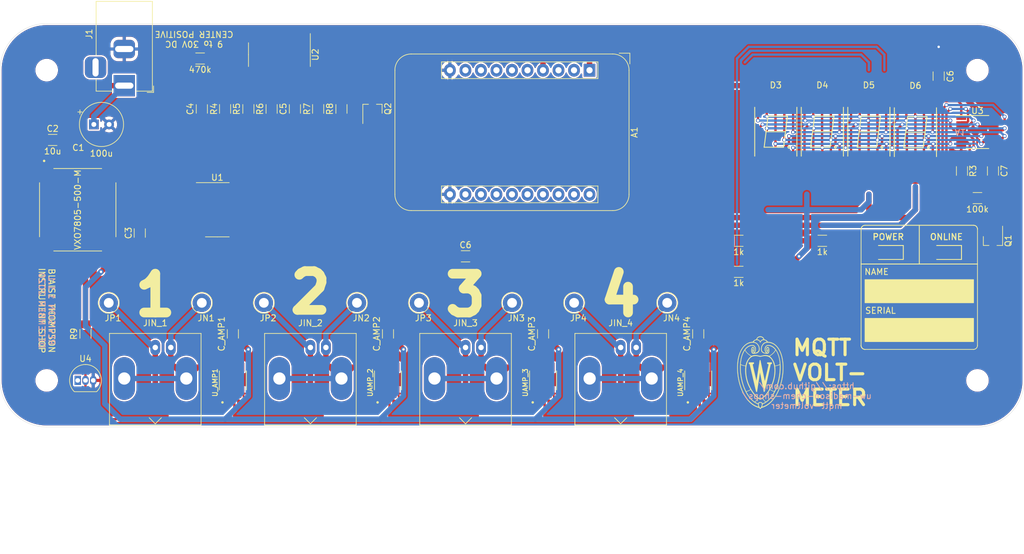
<source format=kicad_pcb>
(kicad_pcb (version 20211014) (generator pcbnew)
  (title_block (title "MQTT Weather Station") (date "2020-12-11") (rev "1.1.0") (company "University of Wisconsin-Madison") (comment 1 "Department of Chemistry") (comment 2 "Instrument Shop") (comment 3 "Blaise Thompson") (comment 4 "blaise.thompson@wisc.edu"))
  (layers (0 "F.Cu" signal) (31 "B.Cu" signal) (34 "B.Paste" user) (35 "F.Paste" user) (36 "B.SilkS" user "B.Silkscreen") (37 "F.SilkS" user "F.Silkscreen") (38 "B.Mask" user) (39 "F.Mask" user) (44 "Edge.Cuts" user))
  (net 0 "")
  (net 1 "GND")
  (net 2 "+5V")
  (net 3 "Net-(D1-Pad2)")
  (net 4 "Net-(D2-Pad2)")
  (net 5 "Net-(D2-Pad1)")
  (net 6 "+3V3")
  (net 7 "Net-(C1-Pad1)")
  (net 8 "RST")
  (net 11 "SCK")
  (net 12 "DISPLAY_CS")
  (net 13 "MOSI")
  (net 14 "unconnected-(A1-Pad9)")
  (net 17 "unconnected-(A1-Pad16)")
  (net 18 "SDA")
  (net 19 "SCL")
  (net 20 "unconnected-(A1-Pad19)")
  (net 22 "Net-(C4-Pad1)")
  (net 23 "Net-(C4-Pad2)")
  (net 24 "Net-(C5-Pad1)")
  (net 25 "Net-(C7-Pad1)")
  (net 27 "Net-(Q2-Pad1)")
  (net 28 "Net-(R3-Pad1)")
  (net 29 "Net-(R4-Pad2)")
  (net 30 "Net-(R5-Pad2)")
  (net 31 "+2V5")
  (net 32 "/difference-amplifier1/V_OUT")
  (net 33 "/difference-amplifier2/V_OUT")
  (net 34 "/difference-amplifier3/V_OUT")
  (net 35 "/difference-amplifier4/V_OUT")
  (net 45 "/display/SEG3")
  (net 46 "/display/SEG2")
  (net 47 "/display/SEG1")
  (net 48 "/display/SEG0")
  (net 49 "/display/SEG8")
  (net 50 "/display/SEG7")
  (net 51 "/display/SEG6")
  (net 52 "/display/SEG5")
  (net 53 "/display/SEG4")
  (net 66 "Net-(JIN_2-Pad1)")
  (net 67 "Net-(JIN_3-Pad1)")
  (net 68 "Net-(JIN_4-Pad1)")
  (net 69 "Net-(JIN_1-Pad1)")
  (net 70 "Net-(A1-Pad14)")
  (net 71 "Net-(JIN_1-Pad2)")
  (net 72 "Net-(JIN_2-Pad2)")
  (net 73 "Net-(JIN_3-Pad2)")
  (net 74 "Net-(JIN_4-Pad2)")
  (footprint "MountingHole:MountingHole_3.2mm_M3" (layer "F.Cu") (at 50.8 50.8)
    (fp_text reference "REF**" hide)
    (fp_text value "MountingHole_3.2mm_M3" hide)
  )
  (footprint "MountingHole:MountingHole_3.2mm_M3" (layer "F.Cu") (at 203.2 50.8)
    (fp_text reference "REF**" hide)
    (fp_text value "MountingHole_3.2mm_M3" hide)
  )
  (footprint "Connector_BarrelJack:BarrelJack_Horizontal" (layer "F.Cu") (at 63.5 53.34 -90)
    (fp_text reference "J1")
    (fp_text value "Barrel_Jack")
  )
  (footprint "footprints:CONV_VXO7805-500-M" (layer "F.Cu") (at 55.88 73.66)
    (fp_text reference "PS1" hide)
    (fp_text value "VXO7805-500-M")
  )
  (footprint "footprints:logo" (layer "F.Cu") (at 167.64 100.33)
    (fp_text reference "G***" hide)
    (fp_text value "LOGO" hide)
  )
  (footprint "Resistor_SMD:R_1206_3216Metric_Pad1.30x1.75mm_HandSolder" (layer "F.Cu") (at 203.2 71.755)
    (fp_text reference "R3")
    (fp_text value "100k")
  )
  (footprint "Resistor_SMD:R_1206_3216Metric_Pad1.30x1.75mm_HandSolder" (layer "F.Cu") (at 164.11 83.82)
    (fp_text reference "R2")
    (fp_text value "1k")
  )
  (footprint "Resistor_SMD:R_1206_3216Metric_Pad1.30x1.75mm_HandSolder" (layer "F.Cu") (at 164.11 78.74)
    (fp_text reference "R1")
    (fp_text value "1k")
  )
  (footprint "Resistor_SMD:R_1206_3216Metric_Pad1.30x1.75mm_HandSolder" (layer "F.Cu") (at 75.92 48.895)
    (fp_text reference "R4")
    (fp_text value "470k")
  )
  (footprint "Capacitor_THT:CP_Radial_Tantal_D7.0mm_P2.50mm" (layer "F.Cu") (at 58.519862 59.69)
    (fp_text reference "C1")
    (fp_text value "100u")
  )
  (footprint "Capacitor_SMD:C_1206_3216Metric_Pad1.33x1.80mm_HandSolder" (layer "F.Cu") (at 51.7775 62.23)
    (fp_text reference "C2")
    (fp_text value "10u")
  )
  (footprint "LED_SMD:LED_1206_3216Metric_Pad1.42x1.75mm_HandSolder" (layer "F.Cu") (at 188.595 80.645 180)
    (fp_text reference "D1" hide)
    (fp_text value "LED")
  )
  (footprint "LED_SMD:LED_1206_3216Metric_Pad1.42x1.75mm_HandSolder" (layer "F.Cu") (at 198.12 80.645 180)
    (fp_text reference "D2" hide)
    (fp_text value "LED")
  )
  (footprint "Connector_Coaxial:BNC_Amphenol_B6252HB-NPP3G-50_Horizontal" (layer "F.Cu") (at 68.58 96.21 180)
    (fp_text reference "JIN_1")
    (fp_text value "IN-COAX")
  )
  (footprint "MountingHole:MountingHole_3.2mm_M3" (layer "F.Cu") (at 50.8 101.6)
    (fp_text reference "REF**" hide)
    (fp_text value "MountingHole_3.2mm_M3" hide)
  )
  (footprint "TestPoint:TestPoint_Loop_D2.60mm_Drill1.6mm_Beaded" (layer "F.Cu") (at 60.96 88.9)
    (fp_text reference "JP1")
    (fp_text value "IN+")
  )
  (footprint "Package_SO:QSOP-16_3.9x4.9mm_P0.635mm" (layer "F.Cu") (at 203.2 60.96)
    (fp_text reference "U3")
    (fp_text value "MAX6951")
  )
  (footprint "Connector_Coaxial:BNC_Amphenol_B6252HB-NPP3G-50_Horizontal" (layer "F.Cu") (at 93.98 96.21 180)
    (fp_text reference "JIN_2")
    (fp_text value "IN-COAX")
  )
  (footprint "Capacitor_SMD:C_1206_3216Metric_Pad1.33x1.80mm_HandSolder" (layer "F.Cu") (at 157.48 93.98 90)
    (fp_text reference "C_AMP4")
    (fp_text value "100n")
  )
  (footprint "footprints:ACSC02-41SURKWA-F01" (layer "F.Cu") (at 170.18 60.88)
    (fp_text reference "D3")
    (fp_text value "ACSC02-41SURKWA-F01")
  )
  (footprint "footprints:SOP50P490X110-16N" (layer "F.Cu") (at 81.28 101.6 90)
    (fp_text reference "U_AMP1")
    (fp_text value "LT1997HMS-3#PBF")
  )
  (footprint "footprints:SOP50P490X110-16N" (layer "F.Cu") (at 106.68 101.6 90)
    (fp_text reference "UAMP_2")
    (fp_text value "LT1997HMS-3#PBF")
  )
  (footprint "footprints:SOP50P490X110-16N" (layer "F.Cu") (at 132.08 101.6 90)
    (fp_text reference "UAMP_3")
    (fp_text value "LT1997HMS-3#PBF")
  )
  (footprint "Capacitor_SMD:C_1206_3216Metric_Pad1.33x1.80mm_HandSolder" (layer "F.Cu") (at 91.44 57.15 -90)
    (fp_text reference "C5")
    (fp_text value "1u")
  )
  (footprint "TestPoint:TestPoint_Loop_D2.60mm_Drill1.6mm_Beaded" (layer "F.Cu") (at 111.76 88.9)
    (fp_text reference "JP3")
    (fp_text value "IN+")
  )
  (footprint "Resistor_SMD:R_1206_3216Metric_Pad1.30x1.75mm_HandSolder" (layer "F.Cu") (at 177.8 78.74)
    (fp_text reference "R1")
    (fp_text value "1k")
  )
  (footprint "Capacitor_SMD:C_1206_3216Metric_Pad1.33x1.80mm_HandSolder" (layer "F.Cu") (at 196.85 51.7775 90)
    (fp_text reference "C6")
    (fp_text value "100n")
  )
  (footprint "Resistor_SMD:R_1206_3216Metric_Pad1.30x1.75mm_HandSolder" (layer "F.Cu") (at 87.63 57.15 -90)
    (fp_text reference "R6")
    (fp_text value "1M")
  )
  (footprint "Package_SO:SOIC-14_3.9x8.7mm_P1.27mm" (layer "F.Cu") (at 78.74 73.66)
    (fp_text reference "U1")
    (fp_text value "MCP3428")
  )
  (footprint "Resistor_SMD:R_1206_3216Metric_Pad1.30x1.75mm_HandSolder" (layer "F.Cu") (at 95.25 57.15 90)
    (fp_text reference "R7")
    (fp_text value "4.7k")
  )
  (footprint "Connector_Coaxial:BNC_Amphenol_B6252HB-NPP3G-50_Horizontal" (layer "F.Cu") (at 119.38 96.21 180)
    (fp_text reference "JIN_3")
    (fp_text value "IN-COAX")
  )
  (footprint "LED_SMD:LED_1206_3216Metric_Pad1.42x1.75mm_HandSolder" (layer "F.Cu") (at 198.12 80.645 180)
    (fp_text reference "D2" hide)
    (fp_text value "LED")
  )
  (footprint "footprints:SOP50P490X110-16N" (layer "F.Cu") (at 157.48 101.6 90)
    (fp_text reference "UAMP_4")
    (fp_text value "LT1997HMS-3#PBF")
  )
  (footprint "Capacitor_SMD:C_1206_3216Metric_Pad1.33x1.80mm_HandSolder" (layer "F.Cu") (at 119.38 81.28)
    (fp_text reference "C6")
    (fp_text value "100n")
  )
  (footprint "TestPoint:TestPoint_Loop_D2.60mm_Drill1.6mm_Beaded" (layer "F.Cu") (at 86.36 88.9)
    (fp_text reference "JP2")
    (fp_text value "IN+")
  )
  (footprint "LED_SMD:LED_1206_3216Metric_Pad1.42x1.75mm_HandSolder" (layer "F.Cu") (at 188.595 80.645 180)
    (fp_text reference "D1" hide)
    (fp_text value "LED")
  )
  (footprint "footprints:ACSC02-41SURKWA-F01" (layer "F.Cu") (at 193.04 60.96)
    (fp_text reference "D6")
    (fp_text value "ACSC02-41SURKWA-F01")
  )
  (footprint "Capacitor_SMD:C_1206_3216Metric_Pad1.33x1.80mm_HandSolder" (layer "F.Cu") (at 81.28 93.98 90)
    (fp_text reference "C_AMP1")
    (fp_text value "100n")
  )
  (footprint "Capacitor_SMD:C_1206_3216Metric_Pad1.33x1.80mm_HandSolder" (layer "F.Cu") (at 106.68 93.98 90)
    (fp_text reference "C_AMP2")
    (fp_text value "100n")
  )
  (footprint "Connector_Coaxial:BNC_Amphenol_B6252HB-NPP3G-50_Horizontal" (layer "F.Cu") (at 144.78 96.21 180)
    (fp_text reference "JIN_4")
    (fp_text value "IN-COAX")
  )
  (footprint "footprints:ACSC02-41SURKWA-F01" (layer "F.Cu") (at 177.8 60.88)
    (fp_text reference "D4")
    (fp_text value "ACSC02-41SURKWA-F01")
  )
  (footprint "Resistor_SMD:R_1206_3216Metric_Pad1.30x1.75mm_HandSolder" (layer "F.Cu") (at 80.01 57.15 90)
    (fp_text reference "R4")
    (fp_text value "470k")
  )
  (footprint "footprints:ACSC02-41SURKWA-F01" (layer "F.Cu") (at 185.42 60.88)
    (fp_text reference "D5")
    (fp_text value "ACSC02-41SURKWA-F01")
  )
  (footprint "Capacitor_SMD:C_1206_3216Metric_Pad1.33x1.80mm_HandSolder" (layer "F.Cu") (at 132.08 93.98 90)
    (fp_text reference "C_AMP3")
    (fp_text value "100n")
  )
  (footprint "Resistor_SMD:R_1206_3216Metric_Pad1.30x1.75mm_HandSolder" (layer "F.Cu") (at 83.82 57.15 90)
    (fp_text reference "R5")
    (fp_text value "1M")
  )
  (footprint "Resistor_SMD:R_1206_3216Metric_Pad1.30x1.75mm_HandSolder" (layer "F.Cu") (at 200.66 67.31 -90)
    (fp_text reference "R3")
    (fp_text value "100k")
  )
  (footprint "TestPoint:TestPoint_Loop_D2.60mm_Drill1.6mm_Beaded" (layer "F.Cu") (at 76.2 88.9)
    (fp_text reference "JN1")
    (fp_text value "IN-")
  )
  (footprint "Capacitor_SMD:C_1206_3216Metric_Pad1.33x1.80mm_HandSolder" (layer "F.Cu") (at 76.2 57.15 -90)
    (fp_text reference "C4")
    (fp_text value "1u")
  )
  (footprint "Capacitor_SMD:C_1206_3216Metric_Pad1.33x1.80mm_HandSolder" (layer "F.Cu") (at 205.74 67.31 -90)
    (fp_text reference "C7")
    (fp_text value "20p")
  )
  (footprint "Resistor_SMD:R_1206_3216Metric_Pad1.30x1.75mm_HandSolder" (layer "F.Cu") (at 57.15 93.98 -90)
    (fp_text reference "R9")
    (fp_text value "680")
  )
  (footprint "Package_TO_SOT_THT:TO-92_Inline" (layer "F.Cu") (at 55.88 101.6)
    (fp_text reference "U4")
    (fp_text value "LM285Z-2.5")
  )
  (footprint "Resistor_SMD:R_1206_3216Metric_Pad1.30x1.75mm_HandSolder" (layer "F.Cu") (at 99.06 57.15 -90)
    (fp_text reference "R8")
    (fp_text value "4.7k")
  )
  (footprint "TestPoint:TestPoint_Loop_D2.60mm_Drill1.6mm_Beaded" (layer "F.Cu") (at 137.16 88.9)
    (fp_text reference "JP4")
    (fp_text value "IN+")
  )
  (footprint "TestPoint:TestPoint_Loop_D2.60mm_Drill1.6mm_Beaded" (layer "F.Cu") (at 127 88.9)
    (fp_text reference "JN3")
    (fp_text value "IN-")
  )
  (footprint "Module:Adafruit_HUZZAH_ESP8266_breakout" (layer "F.Cu") (at 139.6825 50.8175 -90)
    (fp_text reference "A1")
    (fp_text value "Adafruit_HUZZAH_ESP8266_breakout")
  )
  (footprint "Package_TO_SOT_SMD:SOT-23_Handsoldering" (layer "F.Cu") (at 104.14 57.15 90)
    (fp_text reference "Q2")
    (fp_text value "2N7000")
  )
  (footprint "Package_TO_SOT_SMD:SOT-23_Handsoldering" (layer "F.Cu") (at 205.74 78.74 -90)
    (fp_text reference "Q1")
    (fp_text value "2N7000")
  )
  (footprint "TestPoint:TestPoint_Loop_D2.60mm_Drill1.6mm_Beaded" (layer "F.Cu") (at 152.4 88.9)
    (fp_text reference "JN4")
    (fp_text value "IN-")
  )
  (footprint "TestPoint:TestPoint_Loop_D2.60mm_Drill1.6mm_Beaded" (layer "F.Cu") (at 101.6 88.9)
    (fp_text reference "JN2")
    (fp_text value "IN-")
  )
  (footprint "MountingHole:MountingHole_3.2mm_M3" (layer "F.Cu") (at 203.2 101.6)
    (fp_text reference "REF**" hide)
    (fp_text value "MountingHole_3.2mm_M3" hide)
  )
  (footprint "Package_SO:SOIC-16_3.9x9.9mm_P1.27mm" (layer "F.Cu") (at 88.9 48.26 -90)
    (fp_text reference "U2")
    (fp_text value "CD4060BM96")
  )
  (footprint "Capacitor_SMD:C_1206_3216Metric_Pad1.33x1.80mm_HandSolder" (layer "F.Cu") (at 66.04 77.47 90)
    (fp_text reference "C3")
    (fp_text value "22u")
  )
  (gr_poly (pts (xy 202.565 95.25) (xy 184.785 95.25) (xy 184.785 91.44) (xy 202.565 91.44)) (layer "F.SilkS") (width 0.1) (fill solid))
  (gr_line (start 202.565 76.2) (end 184.785 76.2) (layer "F.SilkS") (width 0.12))
  (gr_line (start 202.565 96.52) (end 184.785 96.52) (layer "F.SilkS") (width 0.12))
  (gr_line (start 203.2 76.835) (end 203.2 95.885) (layer "F.SilkS") (width 0.12))
  (gr_line (start 184.15 95.885) (end 184.15 76.835) (layer "F.SilkS") (width 0.12))
  (gr_line (start 193.675 82.55) (end 184.15 82.55) (layer "F.SilkS") (width 0.12))
  (gr_arc (start 184.15 76.835) (mid 184.335987 76.385987) (end 184.785 76.2) (layer "F.SilkS") (width 0.12))
  (gr_line (start 193.675 76.2) (end 193.675 82.55) (layer "F.SilkS") (width 0.12))
  (gr_line (start 202.565 76.2) (end 184.785 76.2) (layer "F.SilkS") (width 0.12))
  (gr_line (start 193.675 82.55) (end 203.2 82.55) (layer "F.SilkS") (width 0.12))
  (gr_arc (start 202.565 76.2) (mid 203.014013 76.385987) (end 203.2 76.835) (layer "F.SilkS") (width 0.12))
  (gr_arc (start 184.15 76.835) (mid 184.335987 76.385987) (end 184.785 76.2) (layer "F.SilkS") (width 0.12))
  (gr_arc (start 203.2 95.885) (mid 203.014013 96.334013) (end 202.565 96.52) (layer "F.SilkS") (width 0.12))
  (gr_arc (start 184.785 96.52) (mid 184.335987 96.334013) (end 184.15 95.885) (layer "F.SilkS") (width 0.12))
  (gr_line (start 193.675 82.55) (end 184.15 82.55) (layer "F.SilkS") (width 0.12))
  (gr_poly (pts (xy 202.565 88.9) (xy 184.785 88.9) (xy 184.785 85.09) (xy 202.565 85.09)) (layer "F.SilkS") (width 0.1) (fill solid))
  (gr_line (start 193.675 76.2) (end 193.675 82.55) (layer "F.SilkS") (width 0.12))
  (gr_arc (start 202.565 76.2) (mid 203.014013 76.385987) (end 203.2 76.835) (layer "F.SilkS") (width 0.12))
  (gr_arc (start 184.785 96.52) (mid 184.335987 96.334013) (end 184.15 95.885) (layer "F.SilkS") (width 0.12))
  (gr_line (start 193.675 82.55) (end 203.2 82.55) (layer "F.SilkS") (width 0.12))
  (gr_line (start 210.82 50.8) (end 210.82 101.6) (layer "Edge.Cuts") (width 0.05))
  (gr_line (start 43.18 50.8) (end 43.18 101.6) (layer "Edge.Cuts") (width 0.05))
  (gr_arc (start 203.2 43.18) (mid 208.588154 45.411846) (end 210.82 50.8) (layer "Edge.Cuts") (width 0.05))
  (gr_arc (start 50.8 109.22) (mid 45.411846 106.988154) (end 43.18 101.6) (layer "Edge.Cuts") (width 0.05))
  (gr_arc (start 43.18 50.8) (mid 45.411846 45.411846) (end 50.8 43.18) (layer "Edge.Cuts") (width 0.05))
  (gr_line (start 50.8 109.22) (end 203.2 109.22) (layer "Edge.Cuts") (width 0.05))
  (gr_line (start 203.2 43.18) (end 50.8 43.18) (layer "Edge.Cuts") (width 0.05))
  (gr_arc (start 210.82 101.6) (mid 208.588154 106.988154) (end 203.2 109.22) (layer "Edge.Cuts") (width 0.05))
  (gr_text "REVISION 1.1.1\nDECEMBER 2020" (at 50.8 90.17 270) (layer "B.SilkS") (effects (font (size 1 1)) (justify mirror)))
  (gr_text "https://github.com/\nuw-madison-chem-shops/\nmqtt-voltmeter" (at 175.26 104.14) (layer "B.SilkS") (effects (font (size 1 1)) (justify mirror)))
  (gr_text "A1" (at 200.39 60.96 180) (layer "B.SilkS") (effects (font (size 1 1)) (justify mirror)))
  (gr_text "SERIAL\n" (at 187.325 90.17) (layer "F.SilkS") (effects (font (size 1 1))))
  (gr_text "POWER" (at 188.595 78.105) (layer "F.SilkS") (effects (font (size 1 1))))
  (gr_text "NAME" (at 186.69 83.82) (layer "F.SilkS") (effects (font (size 1 1))))
  (gr_text "4" (at 144.78 87.63) (layer "F.SilkS") (effects (font (size 6.35 6.35) (thickness 1.5875))))
  (gr_text "POWER" (at 188.595 78.105) (layer "F.SilkS") (effects (font (size 1 1))))
  (gr_text "BLAISE THOMPSON\nINSTRUMENT SHOP" (at 50.8 90.17 270) (layer "F.SilkS") (effects (font (size 1 1))))
  (gr_text "ONLINE" (at 198.12 78.105) (layer "F.SilkS") (effects (font (size 1 1))))
  (gr_text "MQTT\nVOLT-\nMETER" (at 172.72 100.33) (layer "F.SilkS") (effects (font (size 2.54 2.54) (thickness 0.508)) (justify left)))
  (gr_text "1" (at 68.58 87.63) (layer "F.SilkS") (effects (font (size 6.35 6.35) (thickness 1.5875))))
  (gr_text "ONLINE" (at 198.12 78.105) (layer "F.SilkS") (effects (font (size 1 1))))
  (gr_text "9 to 30V DC\nCENTER POSITIVE" (at 74.93 45.72 180) (layer "F.SilkS") (effects (font (size 1 1))))
  (gr_text "3" (at 119.38 87.63) (layer "F.SilkS") (effects (font (size 6.35 6.35) (thickness 1.5875))))
  (gr_text "2" (at 93.98 87.2) (layer "F.SilkS") (effects (font (size 6.35 6.35) (thickness 1.5875))))
  (segment (start 193.04 73.66) (end 193.04 69.85) (width 0.889) (layer "F.Cu") (net 0))
  (segment (start 161.925 74.93) (end 185.42 74.93) (width 0.889) (layer "F.Cu") (net 0))
  (segment (start 193.04 73.66) (end 191.77 74.93) (width 0.889) (layer "F.Cu") (net 0))
  (segment (start 190.5 76.2) (end 193.04 73.66) (width 0.889) (layer "F.Cu") (net 0))
  (segment (start 157.48 76.2) (end 190.5 76.2) (width 0.889) (layer "F.Cu") (net 0))
  (segment (start 185.42 71.12) (end 185.42 74.93) (width 0.889) (layer "F.Cu") (net 0))
  (segment (start 193.04 71.12) (end 193.04 73.66) (width 0.889) (layer "F.Cu") (net 0))
  (segment (start 191.77 74.93) (end 185.42 74.93) (width 0.889) (layer "F.Cu") (net 0))
  (segment (start 193.04 73.66) (end 193.04 69.85) (width 0.889) (layer "B.Cu") (net 0))
  (segment (start 177.8 76.2) (end 190.5 76.2) (width 0.889) (layer "B.Cu") (net 0))
  (segment (start 190.5 76.2) (end 193.04 73.66) (width 0.889) (layer "B.Cu") (net 0))
  (segment (start 199.39 64.262) (end 199.136 64.516) (width 0.381) (layer "F.Cu") (net 1))
  (segment (start 179.07 45.085) (end 177.8 46.355) (width 0.889) (layer "F.Cu") (net 1))
  (segment (start 200.5457 63.8683) (end 200.152 64.262) (width 0.381) (layer "F.Cu") (net 1))
  (segment (start 203.2 45.085) (end 179.07 45.085) (width 0.889) (layer "F.Cu") (net 1))
  (segment (start 200.152 64.262) (end 199.39 64.262) (width 0.381) (layer "F.Cu") (net 1))
  (segment (start 208.915 50.8) (end 203.2 45.085) (width 0.889) (layer "F.Cu") (net 1))
  (segment (start 196.85 50.215) (end 196.85 46.99) (width 0.381) (layer "F.Cu") (net 1))
  (segment (start 206.69 77.24) (end 206.69 77.155) (width 0.381) (layer "F.Cu") (net 1))
  (segment (start 200.5457 63.1825) (end 200.5457 63.8683) (width 0.381) (layer "F.Cu") (net 1))
  (segment (start 199.136 64.516) (end 199.136 71.12) (width 0.381) (layer "F.Cu") (net 1))
  (segment (start 177.8 46.355) (end 177.8 50.8) (width 0.889) (layer "F.Cu") (net 1))
  (via (at 196.85 46.99) (size 0.8) (drill 0.4) (layers "F.Cu" "B.Cu") (net 1))
  (segment (start 61.38 79.66) (end 61.38 82.13) (width 0.889) (layer "F.Cu") (net 2))
  (segment (start 81.28 95.5425) (end 82.8425 95.5425) (width 0.889) (layer "F.Cu") (net 2))
  (segment (start 162.56 78.74) (end 162.56 93.98) (width 0.889) (layer "F.Cu") (net 2))
  (segment (start 57.15 92.43) (end 57.15 83.89) (width 0.889) (layer "F.Cu") (net 2))
  (segment (start 132.08 95.5425) (end 133.6425 95.5425) (width 0.889) (layer "F.Cu") (net 2))
  (segment (start 133.6425 95.5425) (end 134.62 96.52) (width 0.889) (layer "F.Cu") (net 2))
  (segment (start 66.04 79.0325) (end 62.0075 79.0325) (width 0.889) (layer "F.Cu") (net 2))
  (segment (start 57.15 83.89) (end 61.38 79.66) (width 0.889) (layer "F.Cu") (net 2))
  (segment (start 61.38 82.13) (end 59.69 83.82) (width 0.889) (layer "F.Cu") (net 2))
  (segment (start 106.68 95.5425) (end 108.2425 95.5425) (width 0.889) (layer "F.Cu") (net 2))
  (segment (start 62.0075 79.0325) (end 61.38 79.66) (width 0.889) (layer "F.Cu") (net 2))
  (segment (start 82.8425 95.5425) (end 83.82 96.52) (width 0.889) (layer "F.Cu") (net 2))
  (segment (start 157.48 95.5425) (end 159.0425 95.5425) (width 0.889) (layer "F.Cu") (net 2))
  (segment (start 108.2425 95.5425) (end 109.22 96.52) (width 0.889) (layer "F.Cu") (net 2))
  (segment (start 159.0425 95.5425) (end 160.02 96.52) (width 0.889) (layer "F.Cu") (net 2))
  (segment (start 162.56 93.98) (end 160.02 96.52) (width 0.889) (layer "F.Cu") (net 2))
  (via (at 160.02 96.52) (size 0.8) (drill 0.4) (layers "F.Cu" "B.Cu") (net 2))
  (via (at 59.69 83.82) (size 0.8) (drill 0.4) (layers "F.Cu" "B.Cu") (net 2))
  (via (at 109.22 96.52) (size 0.8) (drill 0.4) (layers "F.Cu" "B.Cu") (net 2))
  (via (at 83.82 96.52) (size 0.8) (drill 0.4) (layers "F.Cu" "B.Cu") (net 2))
  (via (at 134.62 96.52) (size 0.8) (drill 0.4) (layers "F.Cu" "B.Cu") (net 2))
  (segment (start 109.22 96.52) (end 109.22 104.14) (width 0.889) (layer "B.Cu") (net 2))
  (segment (start 83.82 96.52) (end 83.82 104.14) (width 0.889) (layer "B.Cu") (net 2))
  (segment (start 109.22 104.14) (end 105.41 107.95) (width 0.889) (layer "B.Cu") (net 2))
  (segment (start 80.01 107.95) (end 105.41 107.95) (width 0.889) (layer "B.Cu") (net 2))
  (segment (start 57.15 86.36) (end 57.15 92.71) (width 0.889) (layer "B.Cu") (net 2))
  (segment (start 134.62 104.14) (end 130.81 107.95) (width 0.889) (layer "B.Cu") (net 2))
  (segment (start 60.325 95.885) (end 60.325 105.41) (width 0.889) (layer "B.Cu") (net 2))
  (segment (start 160.02 104.14) (end 156.21 107.95) (width 0.889) (layer "B.Cu") (net 2))
  (segment (start 60.325 105.41) (end 62.865 107.95) (width 0.889) (layer "B.Cu") (net 2))
  (segment (start 105.41 107.95) (end 130.81 107.95) (width 0.889) (layer "B.Cu") (net 2))
  (segment (start 134.62 96.52) (end 134.62 104.14) (width 0.889) (layer "B.Cu") (net 2))
  (segment (start 130.81 107.95) (end 156.21 107.95) (width 0.889) (layer "B.Cu") (net 2))
  (segment (start 160.02 96.52) (end 160.02 104.14) (width 0.889) (layer "B.Cu") (net 2))
  (segment (start 57.15 92.71) (end 60.325 95.885) (width 0.889) (layer "B.Cu") (net 2))
  (segment (start 62.865 107.95) (end 80.01 107.95) (width 0.889) (layer "B.Cu") (net 2))
  (segment (start 59.69 83.82) (end 57.15 86.36) (width 0.889) (layer "B.Cu") (net 2))
  (segment (start 83.82 104.14) (end 80.01 107.95) (width 0.889) (layer "B.Cu") (net 2))
  (segment (start 185.2025 78.74) (end 187.1075 80.645) (width 0.889) (layer "F.Cu") (net 3))
  (segment (start 185.2025 78.74) (end 187.1075 80.645) (width 0.889) (layer "F.Cu") (net 3))
  (segment (start 179.35 78.74) (end 185.2025 78.74) (width 0.889) (layer "F.Cu") (net 3))
  (segment (start 167.005 82.55) (end 172.72 82.55) (width 0.889) (layer "F.Cu") (net 3))
  (segment (start 176.25 79.02) (end 173.99 81.28) (width 0.889) (layer "F.Cu") (net 3))
  (segment (start 165.66 78.74) (end 185.2025 78.74) (width 0.889) (layer "F.Cu") (net 3))
  (segment (start 172.72 82.55) (end 173.99 81.28) (width 0.889) (layer "F.Cu") (net 3))
  (segment (start 176.25 78.74) (end 176.25 79.02) (width 0.889) (layer "F.Cu") (net 3))
  (via (at 173.99 81.28) (size 0.8) (drill 0.4) (layers "F.Cu" "B.Cu") (net 3))
  (segment (start 185.42 72.39) (end 185.42 71.12) (width 0.889) (layer "B.Cu") (net 3))
  (segment (start 168.91 73.66) (end 184.15 73.66) (width 0.889) (layer "B.Cu") (net 3))
  (segment (start 175.26 71.12) (end 175.26 80.01) (width 0.889) (layer "B.Cu") (net 3))
  (segment (start 184.15 73.66) (end 185.42 72.39) (width 0.889) (layer "B.Cu") (net 3))
  (segment (start 175.26 80.01) (end 173.99 81.28) (width 0.889) (layer "B.Cu") (net 3))
  (segment (start 165.66 83.82) (end 193.4575 83.82) (width 0.889) (layer "F.Cu") (net 4))
  (segment (start 193.4575 83.82) (end 196.6325 80.645) (width 0.889) (layer "F.Cu") (net 4))
  (segment (start 205.335 80.645) (end 205.74 80.24) (width 0.889) (layer "F.Cu") (net 5))
  (segment (start 199.6075 80.645) (end 200.025 80.645) (width 0.889) (layer "F.Cu") (net 5))
  (segment (start 199.6075 80.645) (end 205.335 80.645) (width 0.889) (layer "F.Cu") (net 5))
  (segment (start 176.53 53.34) (end 199.1633 53.34) (width 0.889) (layer "F.Cu") (net 6))
  (segment (start 199.1633 53.34) (end 202.9733 57.15) (width 0.889) (layer "F.Cu") (net 6))
  (segment (start 173.99 53.34) (end 165.1 53.34) (width 0.889) (layer "F.Cu") (net 6))
  (segment (start 93.345 50.735) (end 96.455 50.735) (width 0.889) (layer "F.Cu") (net 6))
  (segment (start 165.1 53.34) (end 163.83 53.34) (width 0.889) (layer "F.Cu") (net 6))
  (segment (start 175.26 50.8) (end 175.26 52.07) (width 0.889) (layer "F.Cu") (net 6))
  (segment (start 204.5608 58.7375) (end 202.9733 57.15) (width 0.889) (layer "F.Cu") (net 6))
  (segment (start 175.26 52.07) (end 176.53 53.34) (width 0.889) (layer "F.Cu") (net 6))
  (segment (start 163.83 53.34) (end 162.56 53.34) (width 0.889) (layer "F.Cu") (net 6))
  (segment (start 99.06 53.34) (end 99.06 55.6) (width 0.889) (layer "F.Cu") (net 6))
  (segment (start 96.455 50.735) (end 99.06 53.34) (width 0.889) (layer "F.Cu") (net 6))
  (segment (start 205.8543 58.7375) (end 204.5608 58.7375) (width 0.381) (layer "F.Cu") (net 6))
  (segment (start 175.26 52.07) (end 173.99 53.34) (width 0.889) (layer "F.Cu") (net 6))
  (segment (start 50.38 67.66) (end 50.38 62.395) (width 0.889) (layer "F.Cu") (net 7))
  (segment (start 50.38 62.395) (end 50.215 62.23) (width 0.889) (layer "F.Cu") (net 7))
  (segment (start 55.88 53.34) (end 63.5 53.34) (width 0.889) (layer "F.Cu") (net 7))
  (segment (start 50.215 59.005) (end 55.88 53.34) (width 0.889) (layer "F.Cu") (net 7))
  (segment (start 50.215 62.23) (end 50.215 59.005) (width 0.889) (layer "F.Cu") (net 7))
  (segment (start 58.519862 59.69) (end 58.519862 58.320138) (width 0.889) (layer "B.Cu") (net 7))
  (segment (start 58.519862 58.320138) (end 63.5 53.34) (width 0.889) (layer "B.Cu") (net 7))
  (segment (start 132.0625 48.2425) (end 130.81 46.99) (width 0.889) (layer "F.Cu") (net 8))
  (segment (start 130.81 46.99) (end 112.8 46.99) (width 0.889) (layer "F.Cu") (net 8))
  (segment (start 99.06 58.7) (end 100.05 58.7) (width 0.889) (layer "F.Cu") (net 8))
  (segment (start 100.05 58.7) (end 103.1 55.65) (width 0.889) (layer "F.Cu") (net 8))
  (segment (start 132.0625 50.8175) (end 132.0625 48.2425) (width 0.889) (layer "F.Cu") (net 8))
  (segment (start 112.8 46.99) (end 104.14 55.65) (width 0.889) (layer "F.Cu") (net 8))
  (segment (start 103.1 55.65) (end 104.14 55.65) (width 0.889) (layer "F.Cu") (net 8))
  (segment (start 139.6825 48.2425) (end 138.43 46.99) (width 0.889) (layer "F.Cu") (net 8))
  (segment (start 138.43 46.99) (end 130.81 46.99) (width 0.889) (layer "F.Cu") (net 8))
  (segment (start 139.6825 50.8175) (end 139.6825 48.2425) (width 0.889) (layer "F.Cu") (net 8))
  (segment (start 200.5457 59.3725) (end 201.487202 59.3725) (width 0.381) (layer "F.Cu") (net 11))
  (segment (start 201.663201 59.196501) (end 201.663201 57.518201) (width 0.381) (layer "F.Cu") (net 11))
  (segment (start 198.12 58.42) (end 198.12 68.58) (width 0.381) (layer "F.Cu") (net 11))
  (segment (start 182.88 69.85) (end 182.88 71.12) (width 0.381) (layer "F.Cu") (net 11))
  (segment (start 201.663201 57.518201) (end 201.295 57.15) (width 0.381) (layer "F.Cu") (net 11))
  (segment (start 198.12 58.42) (end 198.12 57.785) (width 0.381) (layer "F.Cu") (net 11))
  (segment (start 183.515 69.215) (end 182.88 69.85) (width 0.381) (layer "F.Cu") (net 11))
  (segment (start 201.487202 59.3725) (end 201.663201 59.196501) (width 0.381) (layer "F.Cu") (net 11))
  (segment (start 198.12 57.785) (end 198.755 57.15) (width 0.381) (layer "F.Cu") (net 11))
  (segment (start 197.485 69.215) (end 183.515 69.215) (width 0.381) (layer "F.Cu") (net 11))
  (segment (start 198.12 68.58) (end 197.485 69.215) (width 0.381) (layer "F.Cu") (net 11))
  (via (at 198.755 57.15) (size 0.635) (drill 0.4) (layers "F.Cu" "B.Cu") (net 11))
  (via (at 201.295 57.15) (size 0.635) (drill 0.4) (layers "F.Cu" "B.Cu") (net 11))
  (segment (start 201.295 57.15) (end 198.755 57.15) (width 0.381) (layer "B.Cu") (net 11))
  (segment (start 186.69 68.58) (end 196.85 68.58) (width 0.381) (layer "F.Cu") (net 12))
  (segment (start 180.34 71.12) (end 180.34 69.215) (width 0.381) (layer "F.Cu") (net 12))
  (segment (start 197.485 67.945) (end 197.485 67.31) (width 0.381) (layer "F.Cu") (net 12))
  (segment (start 197.485 67.31) (end 197.485 58.42) (width 0.381) (layer "F.Cu") (net 12))
  (segment (start 180.975 68.58) (end 186.69 68.58) (width 0.381) (layer "F.Cu") (net 12))
  (segment (start 207.645 59.055) (end 207.645 58.42) (width 0.381) (layer "F.Cu") (net 12))
  (segment (start 197.485 58.42) (end 197.485 57.15) (width 0.381) (layer "F.Cu") (net 12))
  (segment (start 180.34 69.215) (end 180.975 68.58) (width 0.381) (layer "F.Cu") (net 12))
  (segment (start 196.85 68.58) (end 197.485 67.945) (width 0.381) (layer "F.Cu") (net 12))
  (segment (start 207.3275 59.3725) (end 207.645 59.055) (width 0.381) (layer "F.Cu") (net 12))
  (segment (start 197.485 57.15) (end 198.12 56.515) (width 0.381) (layer "F.Cu") (net 12))
  (segment (start 205.8543 59.3725) (end 207.3275 59.3725) (width 0.381) (layer "F.Cu") (net 12))
  (via (at 198.12 56.515) (size 0.635) (drill 0.4) (layers "F.Cu" "B.Cu") (net 12))
  (via (at 207.645 58.42) (size 0.635) (drill 0.4) (layers "F.Cu" "B.Cu") (net 12))
  (segment (start 205.74 56.515) (end 207.645 58.42) (width 0.381) (layer "B.Cu") (net 12))
  (segment (start 198.12 56.515) (end 205.74 56.515) (width 0.381) (layer "B.Cu") (net 12))
  (segment (start 200.5457 58.7375) (end 200.5457 56.4007) (width 0.381) (layer "F.Cu") (net 13))
  (segment (start 196.85 56.515) (end 197.485 55.88) (width 0.381) (layer "F.Cu") (net 13))
  (segment (start 196.356502 67.945) (end 196.85 67.451502) (width 0.381) (layer "F.Cu") (net 13))
  (segment (start 177.8 68.58) (end 178.435 67.945) (width 0.381) (layer "F.Cu") (net 13))
  (segment (start 196.85 67.451502) (end 196.85 58.42) (width 0.381) (layer "F.Cu") (net 13))
  (segment (start 186.69 67.945) (end 196.215 67.945) (width 0.381) (layer "F.Cu") (net 13))
  (segment (start 200.025 55.88) (end 197.485 55.88) (width 0.381) (layer "F.Cu") (net 13))
  (segment (start 196.215 67.945) (end 196.356502 67.945) (width 0.381) (layer "F.Cu") (net 13))
  (segment (start 196.85 58.42) (end 196.85 56.515) (width 0.381) (layer "F.Cu") (net 13))
  (segment (start 200.5457 56.4007) (end 200.025 55.88) (width 0.381) (layer "F.Cu") (net 13))
  (segment (start 177.8 71.12) (end 177.8 68.58) (width 0.381) (layer "F.Cu") (net 13))
  (segment (start 178.435 67.945) (end 186.69 67.945) (width 0.381) (layer "F.Cu") (net 13))
  (segment (start 172.72 71.12) (end 172.72 71.755) (width 0.889) (layer "F.Cu") (net 14))
  (segment (start 182.88 50.8) (end 182.88 50.165) (width 0.889) (layer "F.Cu") (net 17))
  (segment (start 165.1 49.53) (end 166.37 48.26) (width 0.381) (layer "B.Cu") (net 18))
  (segment (start 184.15 48.26) (end 185.42 49.53) (width 0.381) (layer "B.Cu") (net 18))
  (segment (start 166.37 48.26) (end 184.15 48.26) (width 0.381) (layer "B.Cu") (net 18))
  (segment (start 185.42 49.53) (end 185.42 50.8) (width 0.381) (layer "B.Cu") (net 18))
  (segment (start 184.15 73.66) (end 185.42 72.39) (width 0.889) (layer "F.Cu") (net 19))
  (segment (start 185.42 72.39) (end 185.42 71.12) (width 0.889) (layer "F.Cu") (net 19))
  (segment (start 165.735 46.99) (end 163.83 48.895) (width 0.381) (layer "B.Cu") (net 19))
  (segment (start 187.96 50.8) (end 187.96 48.26) (width 0.381) (layer "B.Cu") (net 19))
  (segment (start 163.83 48.895) (end 163.83 73.66) (width 0.381) (layer "B.Cu") (net 19))
  (segment (start 187.96 48.26) (end 186.69 46.99) (width 0.381) (layer "B.Cu") (net 19))
  (segment (start 163.83 82.55) (end 163.83 73.66) (width 0.381) (layer "B.Cu") (net 19))
  (segment (start 186.69 46.99) (end 165.735 46.99) (width 0.381) (layer "B.Cu") (net 19))
  (segment (start 190.5 50.8) (end 190.5 50.165) (width 0.889) (layer "F.Cu") (net 20))
  (segment (start 81.0525 50.735) (end 76.2 55.5875) (width 0.889) (layer "F.Cu") (net 22))
  (segment (start 84.455 50.735) (end 81.0525 50.735) (width 0.889) (layer "F.Cu") (net 22))
  (segment (start 76.2 58.7125) (end 83.8075 58.7125) (width 0.889) (layer "F.Cu") (net 23))
  (segment (start 74.5875 58.7125) (end 73.66 57.785) (width 0.889) (layer "F.Cu") (net 23))
  (segment (start 73.66 49.605) (end 74.37 48.895) (width 0.889) (layer "F.Cu") (net 23))
  (segment (start 76.2 58.7125) (end 74.5875 58.7125) (width 0.889) (layer "F.Cu") (net 23))
  (segment (start 83.8075 58.7125) (end 83.82 58.7) (width 0.889) (layer "F.Cu") (net 23))
  (segment (start 73.66 57.785) (end 73.66 49.605) (width 0.889) (layer "F.Cu") (net 23))
  (segment (start 95.25 55.6) (end 87.63 55.6) (width 0.889) (layer "F.Cu") (net 24))
  (segment (start 91.4525 55.6) (end 91.44 55.5875) (width 0.889) (layer "F.Cu") (net 24))
  (segment (start 88.265 50.735) (end 88.265 54.965) (width 0.889) (layer "F.Cu") (net 24))
  (segment (start 88.265 54.965) (end 87.63 55.6) (width 0.889) (layer "F.Cu") (net 24))
  (segment (start 205.74 63.2968) (end 205.8543 63.1825) (width 0.381) (layer "F.Cu") (net 25))
  (segment (start 205.74 65.7475) (end 205.74 63.2968) (width 0.381) (layer "F.Cu") (net 25))
  (segment (start 103.19 59.37) (end 103.19 58.65) (width 0.889) (layer "F.Cu") (net 27))
  (segment (start 101.6 60.96) (end 103.19 59.37) (width 0.889) (layer "F.Cu") (net 27))
  (segment (start 96.52 60.96) (end 101.6 60.96) (width 0.889) (layer "F.Cu") (net 27))
  (segment (start 95.25 59.69) (end 96.52 60.96) (width 0.889) (layer "F.Cu") (net 27))
  (segment (start 95.25 58.7) (end 95.25 59.69) (width 0.889) (layer "F.Cu") (net 27))
  (segment (start 200.66 65.76) (end 201.65 65.76) (width 0.381) (layer "F.Cu") (net 28))
  (segment (start 200.686 65.76) (end 201.93 64.516) (width 0.381) (layer "F.Cu") (net 28))
  (segment (start 201.93 64.516) (end 201.93 62.990298) (width 0.381) (layer "F.Cu") (net 28))
  (segment (start 201.487202 62.5475) (end 200.5457 62.5475) (width 0.381) (layer "F.Cu") (net 28))
  (segment (start 201.65 65.76) (end 203.2 67.31) (width 0.381) (layer "F.Cu") (net 28))
  (segment (start 203.2 70.205) (end 201.65 71.755) (width 0.381) (layer "F.Cu") (net 28))
  (segment (start 203.2 67.31) (end 203.2 70.205) (width 0.381) (layer "F.Cu") (net 28))
  (segment (start 200.66 65.76) (end 200.686 65.76) (width 0.381) (layer "F.Cu") (net 28))
  (segment (start 201.93 62.990298) (end 201.487202 62.5475) (width 0.381) (layer "F.Cu") (net 28))
  (segment (start 85.725 49.53) (end 85.09 48.895) (width 0.889) (layer "F.Cu") (net 29))
  (segment (start 84.5406 53.34) (end 81.28 53.34) (width 0.889) (layer "F.Cu") (net 29))
  (segment (start 85.725 52.1556) (end 84.5406 53.34) (width 0.889) (layer "F.Cu") (net 29))
  (segment (start 80.01 54.61) (end 80.01 55.6) (width 0.889) (layer "F.Cu") (net 29))
  (segment (start 85.725 50.735) (end 85.725 49.53) (width 0.889) (layer "F.Cu") (net 29))
  (segment (start 85.725 50.735) (end 85.725 52.1556) (width 0.889) (layer "F.Cu") (net 29))
  (segment (start 81.28 53.34) (end 80.01 54.61) (width 0.889) (layer "F.Cu") (net 29))
  (segment (start 85.09 48.895) (end 77.47 48.895) (width 0.889) (layer "F.Cu") (net 29))
  (segment (start 83.82 55.6) (end 86.995 52.425) (width 0.889) (layer "F.Cu") (net 30))
  (segment (start 86.995 52.425) (end 86.995 50.735) (width 0.889) (layer "F.Cu") (net 30))
  (segment (start 78.74 68.58) (end 78.74 69.85) (width 0.381) (layer "F.Cu") (net 31))
  (segment (start 80.01 69.85) (end 78.74 68.58) (width 0.381) (layer "F.Cu") (net 31))
  (segment (start 81.53 103.76) (end 81.53 99.44) (width 0.381) (layer "F.Cu") (net 31))
  (segment (start 68.58 73.94) (end 69.57 73.94) (width 0.381) (layer "F.Cu") (net 31))
  (segment (start 57.15 101.6) (end 57.15 105.41) (width 0.381) (layer "F.Cu") (net 31))
  (segment (start 106.93 103.76) (end 106.93 99.44) (width 0.381) (layer "F.Cu") (net 31))
  (segment (start 106.93 103.76) (end 106.93 106.43) (width 0.381) (layer "F.Cu") (net 31))
  (segment (start 80.01 107.95) (end 105.41 107.95) (width 0.381) (layer "F.Cu") (net 31))
  (segment (start 81.53 103.76) (end 82.53 103.76) (width 0.381) (layer "F.Cu") (net 31))
  (segment (start 81.215 69.85) (end 80.01 69.85) (width 0.381) (layer "F.Cu") (net 31))
  (segment (start 77.47 71.12) (end 78.74 69.85) (width 0.381) (layer "F.Cu") (net 31))
  (segment (start 81.53 106.43) (end 80.01 107.95) (width 0.381) (layer "F.Cu") (net 31))
  (segment (start 81.53 103.76) (end 81.53 106.43) (width 0.381) (layer "F.Cu") (net 31))
  (segment (start 76.265 71.12) (end 77.47 71.12) (width 0.381) (layer "F.Cu") (net 31))
  (segment (start 78.74 68.58) (end 77.47 67.31) (width 0.381) (layer "F.Cu") (net 31))
  (segment (start 68.58 81.28) (end 68.58 73.94) (width 0.381) (layer "F.Cu") (net 31))
  (segment (start 157.73 106.43) (end 156.21 107.95) (width 0.381) (layer "F.Cu") (net 31))
  (segment (start 132.33 103.76) (end 133.29998 103.76) (width 0.381) (layer "F.Cu") (net 31))
  (segment (start 157.73 103.76) (end 158.73 103.76) (width 0.381) (layer "F.Cu") (net 31))
  (segment (start 156.21 107.95) (end 130.81 107.95) (width 0.381) (layer "F.Cu") (net 31))
  (segment (start 57.15 105.41) (end 59.69 107.95) (width 0.381) (layer "F.Cu") (net 31))
  (segment (start 57.15 101.6) (end 57.15 95.53) (width 0.381) (layer "F.Cu") (net 31))
  (segment (start 77.47 67.31) (end 73.66 67.31) (width 0.381) (layer "F.Cu") (net 31))
  (segment (start 77.47 73.66) (end 76.265 73.66) (width 0.381) (layer "F.Cu") (net 31))
  (segment (start 106.93 106.43) (end 105.41 107.95) (width 0.381) (layer "F.Cu") (net 31))
  (segment (start 59.69 107.95) (end 80.01 107.95) (width 0.381) (layer "F.Cu") (net 31))
  (segment (start 106.93 103.76) (end 107.93 103.76) (width 0.381) (layer "F.Cu") (net 31))
  (segment (start 157.73 99.44) (end 157.73 106.43) (width 0.381) (layer "F.Cu") (net 31))
  (segment (start 78.74 72.39) (end 77.47 73.66) (width 0.381) (layer "F.Cu") (net 31))
  (segment (start 71.12 69.85) (end 73.66 67.31) (width 0.381) (layer "F.Cu") (net 31))
  (segment (start 130.81 107.95) (end 132.33 106.43) (width 0.381) (layer "F.Cu") (net 31))
  (segment (start 71.12 72.39) (end 71.12 69.85) (width 0.381) (layer "F.Cu") (net 31))
  (segment (start 132.33 106.43) (end 132.33 99.44) (width 0.381) (layer "F.Cu") (net 31))
  (segment (start 78.74 72.39) (end 81.215 72.39) (width 0.381) (layer "F.Cu") (net 31))
  (segment (start 69.57 73.94) (end 71.12 72.39) (width 0.381) (layer "F.Cu") (net 31))
  (segment (start 78.74 69.85) (end 78.74 72.39) (width 0.381) (layer "F.Cu") (net 31))
  (segment (start 105.41 107.95) (end 130.81 107.95) (width 0.381) (layer "F.Cu") (net 31))
  (segment (start 73.66 69.85) (end 76.265 69.85) (width 0.381) (layer "F.Cu") (net 32))
  (segment (start 72.39 71.12) (end 73.66 69.85) (width 0.381) (layer "F.Cu") (net 32))
  (segment (start 72.39 80.01) (end 72.39 71.12) (width 0.381) (layer "F.Cu") (net 32))
  (segment (start 69.85 82.55) (end 72.39 80.01) (width 0.381) (layer "F.Cu") (net 32))
  (segment (start 73.66 80.01) (end 73.66 73.66) (width 0.381) (layer "F.Cu") (net 33))
  (segment (start 74.93 72.39) (end 76.265 72.39) (width 0.381) (layer "F.Cu") (net 33))
  (segment (start 73.66 73.66) (end 74.93 72.39) (width 0.381) (layer "F.Cu") (net 33))
  (segment (start 78.26 84.61) (end 73.66 80.01) (width 0.381) (layer "F.Cu") (net 33))
  (segment (start 83.82 73.66) (end 81.215 73.66) (width 0.381) (layer "F.Cu") (net 34))
  (segment (start 93.98 81.28) (end 83.82 71.12) (width 0.381) (layer "F.Cu") (net 35))
  (segment (start 83.82 71.12) (end 81.28 71.12) (width 0.381) (layer "F.Cu") (net 35))
  (segment (start 168.699 55.96) (end 168.699 58.377) (width 0.381) (layer "F.Cu") (net 45))
  (segment (start 202.565 59.055) (end 201.6125 60.0075) (width 0.381) (layer "F.Cu") (net 45))
  (segment (start 176.319 55.96) (end 176.319 58.377) (width 0.381) (layer "F.Cu") (net 45))
  (segment (start 193.04 58.42) (end 193.04 60.325) (width 0.381) (layer "F.Cu") (net 45))
  (segment (start 193.04 60.325) (end 193.04 65.919) (width 0.381) (layer "F.Cu") (net 45))
  (segment (start 192.999 55.96) (end 192.999 58.379) (width 0.381) (layer "F.Cu") (net 45))
  (segment (start 183.939 58.377) (end 183.896 58.42) (width 0.381) (layer "F.Cu") (net 45))
  (segment (start 192.999 58.379) (end 193.04 58.42) (width 0.381) (layer "F.Cu") (net 45))
  (segment (start 183.939 55.96) (end 183.939 58.377) (width 0.381) (layer "F.Cu") (net 45))
  (segment (start 176.319 58.377) (end 176.276 58.42) (width 0.381) (layer "F.Cu") (net 45))
  (segment (start 201.6125 60.0075) (end 200.5457 60.0075) (width 0.381) (layer "F.Cu") (net 45))
  (via (at 176.276 58.42) (size 0.635) (drill 0.4) (layers "F.Cu" "B.Cu") (net 45))
  (via (at 183.896 58.42) (size 0.635) (drill 0.4) (layers "F.Cu" "B.Cu") (net 45))
  (via (at 202.565 59.055) (size 0.635) (drill 0.4) (layers "F.Cu" "B.Cu") (net 45))
  (via (at 193.04 58.42) (size 0.635) (drill 0.4) (layers "F.Cu" "B.Cu") (net 45))
  (via (at 168.699 58.377) (size 0.635) (drill 0.4) (layers "F.Cu" "B.Cu") (net 45))
  (segment (start 193.04 58.42) (end 201.93 58.42) (width 0.381) (layer "B.Cu") (net 45))
  (segment (start 183.896 58.42) (end 193.04 58.42) (width 0.381) (layer "B.Cu") (net 45))
  (segment (start 168.275 58.42) (end 176.276 58.42) (width 0.381) (layer "B.Cu") (net 45))
  (segment (start 201.93 58.42) (end 202.565 59.055) (width 0.381) (layer "B.Cu") (net 45))
  (segment (start 176.276 58.42) (end 183.896 58.42) (width 0.381) (layer "B.Cu") (net 45))
  (segment (start 185.379 58.969) (end 185.293 59.055) (width 0.381) (layer "F.Cu") (net 46))
  (segment (start 200.5457 60.6425) (end 199.3647 60.6425) (width 0.381) (layer "F.Cu") (net 46))
  (segment (start 199.3647 60.6425) (end 198.755 60.0328) (width 0.381) (layer "F.Cu") (net 46))
  (segment (start 174.879 55.96) (end 174.879 58.928) (width 0.381) (layer "F.Cu") (net 46))
  (segment (start 185.379 65.96) (end 185.379 59.141) (width 0.381) (layer "F.Cu") (net 46))
  (segment (start 185.379 59.141) (end 185.293 59.055) (width 0.381) (layer "F.Cu") (net 46))
  (segment (start 167.259 55.96) (end 167.259 59.055) (width 0.381) (layer "F.Cu") (net 46))
  (segment (start 185.379 55.96) (end 185.379 58.969) (width 0.381) (layer "F.Cu") (net 46))
  (segment (start 191.559 59.012) (end 191.516 59.055) (width 0.381) (layer "F.Cu") (net 46))
  (segment (start 198.755 60.0328) (end 198.755 59.055) (width 0.381) (layer "F.Cu") (net 46))
  (segment (start 191.559 55.96) (end 191.559 59.012) (width 0.381) (layer "F.Cu") (net 46))
  (segment (start 174.879 58.928) (end 175.006 59.055) (width 0.381) (layer "F.Cu") (net 46))
  (via (at 191.516 59.055) (size 0.635) (drill 0.4) (layers "F.Cu" "B.Cu") (net 46))
  (via (at 185.293 59.055) (size 0.635) (drill 0.4) (layers "F.Cu" "B.Cu") (net 46))
  (via (at 198.755 59.055) (size 0.635) (drill 0.4) (layers "F.Cu" "B.Cu") (net 46))
  (via (at 175.006 59.055) (size 0.635) (drill 0.4) (layers "F.Cu" "B.Cu") (net 46))
  (via (at 167.259 59.055) (size 0.635) (drill 0.4) (layers "F.Cu" "B.Cu") (net 46))
  (segment (start 167.259 59.055) (end 175.006 59.055) (width 0.381) (layer "B.Cu") (net 46))
  (segment (start 198.12 59.055) (end 191.516 59.055) (width 0.381) (layer "B.Cu") (net 46))
  (segment (start 185.293 59.055) (end 191.516 59.055) (width 0.381) (layer "B.Cu") (net 46))
  (segment (start 198.755 59.055) (end 198.12 59.055) (width 0.381) (layer "B.Cu") (net 46))
  (segment (start 175.006 59.055) (end 185.293 59.055) (width 0.381) (layer "B.Cu") (net 46))
  (segment (start 173.019 63.5196) (end 172.9994 63.5) (width 0.381) (layer "F.Cu") (net 47))
  (segment (start 190.119 58.801) (end 189.23 59.69) (width 0.381) (layer "F.Cu") (net 47))
  (segment (start 177.759 63.459) (end 177.8 63.5) (width 0.381) (layer "F.Cu") (net 47))
  (segment (start 189.23 59.69) (end 189.23 63.5) (width 0.381) (layer "F.Cu") (net 47))
  (segment (start 202.565 63.5) (end 202.565 62.1158) (width 0.381) (layer "F.Cu") (net 47))
  (segment (start 177.8 63.5) (end 177.8 65.919) (width 0.381) (layer "F.Cu") (net 47))
  (segment (start 202.565 62.1158) (end 201.7267 61.2775) (width 0.381) (layer "F.Cu") (net 47))
  (segment (start 190.119 55.96) (end 190.119 58.801) (width 0.381) (layer "F.Cu") (net 47))
  (segment (start 177.759 55.96) (end 177.759 63.459) (width 0.381) (layer "F.Cu") (net 47))
  (segment (start 182.499 55.96) (end 182.499 59.055) (width 0.381) (layer "F.Cu") (net 47))
  (segment (start 182.499 59.055) (end 181.61 59.944) (width 0.381) (layer "F.Cu") (net 47))
  (segment (start 173.019 65.96) (end 173.019 63.5196) (width 0.381) (layer "F.Cu") (net 47))
  (segment (start 181.61 59.944) (end 181.61 63.5) (width 0.381) (layer "F.Cu") (net 47))
  (segment (start 201.7267 61.2775) (end 200.5457 61.2775) (width 0.381) (layer "F.Cu") (net 47))
  (via (at 202.565 63.5) (size 0.635) (drill 0.4) (layers "F.Cu" "B.Cu") (net 47))
  (via (at 189.23 63.5) (size 0.635) (drill 0.4) (layers "F.Cu" "B.Cu") (net 47))
  (via (at 181.61 63.5) (size 0.635) (drill 0.4) (layers "F.Cu" "B.Cu") (net 47))
  (via (at 172.9994 63.5) (size 0.635) (drill 0.4) (layers "F.Cu" "B.Cu") (net 47))
  (via (at 177.8 63.5) (size 0.635) (drill 0.4) (layers "F.Cu" "B.Cu") (net 47))
  (segment (start 172.9994 63.5) (end 177.8 63.5) (width 0.381) (layer "B.Cu") (net 47))
  (segment (start 181.61 63.5) (end 189.23 63.5) (width 0.381) (layer "B.Cu") (net 47))
  (segment (start 196.190618 63.5) (end 200.66 63.5) (width 0.381) (layer "B.Cu") (net 47))
  (segment (start 177.8 63.5) (end 181.61 63.5) (width 0.381) (layer "B.Cu") (net 47))
  (segment (start 200.66 63.5) (end 202.565 63.5) (width 0.381) (layer "B.Cu") (net 47))
  (segment (start 189.23 63.5) (end 196.190618 63.5) (width 0.381) (layer "B.Cu") (net 47))
  (segment (start 170.1292 62.865) (end 170.1292 56.0108) (width 0.381) (layer "F.Cu") (net 48))
  (segment (start 200.5457 61.9125) (end 199.0725 61.9125) (width 0.381) (layer "F.Cu") (net 48))
  (segment (start 198.755 62.23) (end 198.755 62.865) (width 0.381) (layer "F.Cu") (net 48))
  (segment (start 180.639 65.96) (end 180.639 62.8708) (width 0.381) (layer "F.Cu") (net 48))
  (segment (start 195.879 65.96) (end 195.879 62.947) (width 0.381) (layer "F.Cu") (net 48))
  (segment (start 188.259 65.96) (end 188.259 62.9216) (width 0.381) (layer "F.Cu") (net 48))
  (segment (start 195.879 62.947) (end 195.961 62.865) (width 0.381) (layer "F.Cu") (net 48))
  (segment (start 170.1292 56.0108) (end 170.18 55.96) (width 0.381) (layer "F.Cu") (net 48))
  (segment (start 199.0725 61.9125) (end 198.755 62.23) (width 0.381) (layer "F.Cu") (net 48))
  (segment (start 170.139 62.8552) (end 170.1292 62.865) (width 0.381) (layer "F.Cu") (net 48))
  (segment (start 180.639 62.8708) (end 180.6448 62.865) (width 0.381) (layer "F.Cu") (net 48))
  (segment (start 188.259 62.9216) (end 188.3156 62.865) (width 0.381) (layer "F.Cu") (net 48))
  (segment (start 170.1292 62.865) (end 170.1292 65.9502) (width 0.381) (layer "F.Cu") (net 48))
  (via (at 180.6448 62.865) (size 0.635) (drill 0.4) (layers "F.Cu" "B.Cu") (net 48))
  (via (at 170.1292 62.865) (size 0.635) (drill 0.4) (layers "F.Cu" "B.Cu") (net 48))
  (via (at 198.755 62.865) (size 0.635) (drill 0.4) (layers "F.Cu" "B.Cu") (net 48))
  (via (at 195.961 62.865) (size 0.635) (drill 0.4) (layers "F.Cu" "B.Cu") (net 48))
  (via (at 188.3156 62.865) (size 0.635) (drill 0.4) (layers "F.Cu" "B.Cu") (net 48))
  (segment (start 180.6448 62.865) (end 188.3156 62.865) (width 0.381) (layer "B.Cu") (net 48))
  (segment (start 198.755 62.865) (end 195.961 62.865) (width 0.381) (layer "B.Cu") (net 48))
  (segment (start 170.1292 62.865) (end 180.6448 62.865) (width 0.381) (layer "B.Cu") (net 48))
  (segment (start 188.3156 62.865) (end 195.961 62.865) (width 0.381) (layer "B.Cu") (net 48))
  (segment (start 179.199 55.96) (end 179.199 62.228) (width 0.381) (layer "F.Cu") (net 49))
  (segment (start 171.579 55.96) (end 171.579 62.2026) (width 0.381) (layer "F.Cu") (net 49))
  (segment (start 204.1525 62.5475) (end 205.8543 62.5475) (width 0.381) (layer "F.Cu") (net 49))
  (segment (start 186.819 55.96) (end 186.819 62.228) (width 0.381) (layer "F.Cu") (net 49))
  (segment (start 194.439 62.105) (end 194.564 62.23) (width 0.381) (layer "F.Cu") (net 49))
  (segment (start 179.199 62.228) (end 179.197 62.23) (width 0.381) (layer "F.Cu") (net 49))
  (segment (start 203.835 62.865) (end 204.1525 62.5475) (width 0.381) (layer "F.Cu") (net 49))
  (segment (start 186.819 62.228) (end 186.817 62.23) (width 0.381) (layer "F.Cu") (net 49))
  (segment (start 194.439 55.96) (end 194.439 62.105) (width 0.381) (layer "F.Cu") (net 49))
  (segment (start 171.579 62.2026) (end 171.5516 62.23) (width 0.381) (layer "F.Cu") (net 49))
  (via (at 203.835 62.865) (size 0.635) (drill 0.4) (layers "F.Cu" "B.Cu") (net 49))
  (via (at 179.197 62.23) (size 0.635) (drill 0.4) (layers "F.Cu" "B.Cu") (net 49))
  (via (at 194.564 62.23) (size 0.635) (drill 0.4) (layers "F.Cu" "B.Cu") (net 49))
  (via (at 186.817 62.23) (size 0.635) (drill 0.4) (layers "F.Cu" "B.Cu") (net 49))
  (via (at 171.5516 62.23) (size 0.635) (drill 0.4) (layers "F.Cu" "B.Cu") (net 49))
  (segment (start 194.564 62.23) (end 203.2 62.23) (width 0.381) (layer "B.Cu") (net 49))
  (segment (start 171.5516 62.23) (end 179.197 62.23) (width 0.381) (layer "B.Cu") (net 49))
  (segment (start 179.197 62.23) (end 186.817 62.23) (width 0.381) (layer "B.Cu") (net 49))
  (segment (start 186.817 62.23) (end 194.564 62.23) (width 0.381) (layer "B.Cu") (net 49))
  (segment (start 203.2 62.23) (end 203.835 62.865) (width 0.381) (layer "B.Cu") (net 49))
  (segment (start 173.019 60.9404) (end 172.9994 60.96) (width 0.381) (layer "F.Cu") (net 50))
  (segment (start 173.019 55.96) (end 173.019 60.9404) (width 0.381) (layer "F.Cu") (net 50))
  (segment (start 188.259 60.915) (end 188.214 60.96) (width 0.381) (layer "F.Cu") (net 50))
  (segment (start 188.259 55.96) (end 188.259 60.915) (width 0.381) (layer "F.Cu") (net 50))
  (segment (start 195.879 55.96) (end 195.879 60.915) (width 0.381) (layer "F.Cu") (net 50))
  (segment (start 195.879 60.915) (end 195.834 60.96) (width 0.381) (layer "F.Cu") (net 50))
  (segment (start 180.639 55.96) (end 180.639 60.915) (width 0.381) (layer "F.Cu") (net 50))
  (segment (start 207.645 61.595) (end 207.3275 61.9125) (width 0.381) (layer "F.Cu") (net 50))
  (segment (start 207.3275 61.9125) (end 205.8543 61.9125) (width 0.381) (layer "F.Cu") (net 50))
  (segment (start 180.639 60.915) (end 180.594 60.96) (width 0.381) (layer "F.Cu") (net 50))
  (via (at 180.594 60.96) (size 0.635) (drill 0.4) (layers "F.Cu" "B.Cu") (net 50))
  (via (at 207.645 61.595) (size 0.635) (drill 0.4) (layers "F.Cu" "B.Cu") (net 50))
  (via (at 188.214 60.96) (size 0.635) (drill 0.4) (layers "F.Cu" "B.Cu") (net 50))
  (via (at 195.834 60.96) (size 0.635) (drill 0.4) (layers "F.Cu" "B.Cu") (net 50))
  (via (at 172.9994 60.96) (size 0.635) (drill 0.4) (layers "F.Cu" "B.Cu") (net 50))
  (segment (start 172.9994 60.96) (end 180.594 60.96) (width 0.381) (layer "B.Cu") (net 50))
  (segment (start 207.01 60.96) (end 207.645 61.595) (width 0.381) (layer "B.Cu") (net 50))
  (segment (start 188.214 60.96) (end 195.834 60.96) (width 0.381) (layer "B.Cu") (net 50))
  (segment (start 195.834 60.96) (end 207.01 60.96) (width 0.381) (layer "B.Cu") (net 50))
  (segment (start 180.594 60.96) (end 188.214 60.96) (width 0.381) (layer "B.Cu") (net 50))
  (segment (start 203.835 61.595) (end 204.1525 61.2775) (width 0.381) (layer "F.Cu") (net 51))
  (segment (start 194.439 63.502) (end 194.439 65.96) (width 0.381) (layer "F.Cu") (net 51))
  (segment (start 194.439 63.502) (end 195.199 62.742) (width 0.381) (layer "F.Cu") (net 51))
  (segment (start 186.819 63.502) (end 187.579 62.742) (width 0.381) (layer "F.Cu") (net 51))
  (segment (start 186.819 65.96) (end 186.819 63.502) (width 0.381) (layer "F.Cu") (net 51))
  (segment (start 179.199 63.502) (end 179.959 62.742) (width 0.381) (layer "F.Cu") (net 51))
  (segment (start 187.579 62.742) (end 187.579 61.595) (width 0.381) (layer "F.Cu") (net 51))
  (segment (start 171.579 65.96) (end 171.579 63.502) (width 0.381) (layer "F.Cu") (net 51))
  (segment (start 204.1525 61.2775) (end 205.8543 61.2775) (width 0.381) (layer "F.Cu") (net 51))
  (segment (start 172.339 62.742) (end 172.339 61.595) (width 0.381) (layer "F.Cu") (net 51))
  (segment (start 171.579 63.502) (end 172.339 62.742) (width 0.381) (layer "F.Cu") (net 51))
  (segment (start 179.959 62.742) (end 179.959 61.595) (width 0.381) (layer "F.Cu") (net 51))
  (segment (start 179.199 65.96) (end 179.199 63.502) (width 0.381) (layer "F.Cu") (net 51))
  (segment (start 195.199 62.742) (end 195.199 61.595) (width 0.381) (layer "F.Cu") (net 51))
  (via (at 195.199 61.595) (size 0.635) (drill 0.4) (layers "F.Cu" "B.Cu") (net 51))
  (via (at 172.339 61.595) (size 0.635) (drill 0.4) (layers "F.Cu" "B.Cu") (net 51))
  (via (at 203.835 61.595) (size 0.635) (drill 0.4) (layers "F.Cu" "B.Cu") (net 51))
  (via (at 179.959 61.595) (size 0.635) (drill 0.4) (layers "F.Cu" "B.Cu") (net 51))
  (via (at 187.579 61.595) (size 0.635) (drill 0.4) (layers "F.Cu" "B.Cu") (net 51))
  (segment (start 195.199 61.595) (end 194.437 61.595) (width 0.381) (layer "B.Cu") (net 51))
  (segment (start 201.295 61.595) (end 203.835 61.595) (width 0.381) (layer "B.Cu") (net 51))
  (segment (start 195.199 61.595) (end 201.295 61.595) (width 0.381) (layer "B.Cu") (net 51))
  (segment (start 172.339 61.595) (end 194.437 61.595) (width 0.381) (layer "B.Cu") (net 51))
  (segment (start 207.3275 60.6425) (end 207.645 60.325) (width 0.381) (layer "F.Cu") (net 52))
  (segment (start 183.939 60.368) (end 183.896 60.325) (width 0.381) (layer "F.Cu") (net 52))
  (segment (start 168.699 65.96) (end 168.699 60.3328) (width 0.381) (layer "F.Cu") (net 52))
  (segment (start 176.319 65.96) (end 176.319 60.409) (width 0.381) (layer "F.Cu") (net 52))
  (segment (start 176.319 60.409) (end 176.403 60.325) (width 0.381) (layer "F.Cu") (net 52))
  (segment (start 168.699 60.3328) (end 168.7068 60.325) (width 0.381) (layer "F.Cu") (net 52))
  (segment (start 191.643 60.325) (end 191.643 65.876) (width 0.381) (layer "F.Cu") (net 52))
  (segment (start 191.559 60.409) (end 191.643 60.325) (width 0.381) (layer "F.Cu") (net 52))
  (segment (start 205.8543 60.6425) (end 207.3275 60.6425) (width 0.381) (layer "F.Cu") (net 52))
  (segment (start 183.896 60.325) (end 183.896 65.917) (width 0.381) (layer "F.Cu") (net 52))
  (via (at 176.403 60.325) (size 0.635) (drill 0.4) (layers "F.Cu" "B.Cu") (net 52))
  (via (at 207.645 60.325) (size 0.635) (drill 0.4) (layers "F.Cu" "B.Cu") (net 52))
  (via (at 191.643 60.325) (size 0.635) (drill 0.4) (layers "F.Cu" "B.Cu") (net 52))
  (via (at 168.7068 60.325) (size 0.635) (drill 0.4) (layers "F.Cu" "B.Cu") (net 52))
  (via (at 183.896 60.325) (size 0.635) (drill 0.4) (layers "F.Cu" "B.Cu") (net 52))
  (segment (start 183.896 60.325) (end 191.643 60.325) (width 0.381) (layer "B.Cu") (net 52))
  (segment (start 168.7068 60.325) (end 176.403 60.325) (width 0.381) (layer "B.Cu") (net 52))
  (segment (start 176.403 60.325) (end 183.896 60.325) (width 0.381) (layer "B.Cu") (net 52))
  (segment (start 207.645 60.325) (end 191.643 60.325) (width 0.381) (layer "B.Cu") (net 52))
  (segment (start 174.879 65.96) (end 174.879 60.452) (width 0.381) (layer "F.Cu") (net 53))
  (segment (start 167.259 60.452) (end 168.021 59.69) (width 0.381) (layer "F.Cu") (net 53))
  (segment (start 182.499 60.452) (end 183.261 59.69) (width 0.381) (layer "F.Cu") (net 53))
  (segment (start 190.119 65.96) (end 190.119 60.452) (width 0.381) (layer "F.Cu") (net 53))
  (segment (start 190.119 60.452) (end 190.881 59.69) (width 0.381) (layer "F.Cu") (net 53))
  (segment (start 182.499 65.96) (end 182.499 60.452) (width 0.381) (layer "F.Cu") (net 53))
  (segment (start 203.2 59.69) (end 203.5175 60.0075) (width 0.381) (layer "F.Cu") (net 53))
  (segment (start 174.879 60.452) (end 175.641 59.69) (width 0.381) (layer "F.Cu") (net 53))
  (segment (start 203.5175 60.0075) (end 205.8543 60.0075) (width 0.381) (layer "F.Cu") (net 53))
  (segment (start 167.259 65.96) (end 167.259 60.452) (width 0.381) (layer "F.Cu") (net 53))
  (via (at 175.641 59.69) (size 0.635) (drill 0.4) (layers "F.Cu" "B.Cu") (net 53))
  (via (at 203.2 59.69) (size 0.635) (drill 0.4) (layers "F.Cu" "B.Cu") (net 53))
  (via (at 183.261 59.69) (size 0.635) (drill 0.4) (layers "F.Cu" "B.Cu") (net 53))
  (via (at 190.881 59.69) (size 0.635) (drill 0.4) (layers "F.Cu" "B.Cu") (net 53))
  (via (at 168.021 59.69) (size 0.635) (drill 0.4) (layers "F.Cu" "B.Cu") (net 53))
  (segment (start 190.881 59.69) (end 203.2 59.69) (width 0.381) (layer "B.Cu") (net 53))
  (segment (start 168.021 59.69) (end 190.881 59.69) (width 0.381) (layer "B.Cu") (net 53))
  (segment (start 93.98 96.21) (end 93.98 104.14) (width 0.889) (layer "F.Cu") (net 66))
  (segment (start 96.52 106.68) (end 93.98 104.14) (width 0.889) (layer "F.Cu") (net 66))
  (segment (start 93.67 96.21) (end 93.98 96.21) (width 0.889) (layer "F.Cu") (net 66))
  (segment (start 101.6 106.68) (end 96.52 106.68) (width 0.889) (layer "F.Cu") (net 66))
  (segment (start 104.52 103.76) (end 101.6 106.68) (width 0.889) (layer "F.Cu") (net 66))
  (segment (start 104.93 103.76) (end 104.52 103.76) (width 0.889) (layer "F.Cu") (net 66))
  (segment (start 93.67 96.21) (end 86.36 88.9) (width 0.889) (layer "B.Cu") (net 66))
  (segment (start 93.98 96.21) (end 93.67 96.21) (width 0.889) (layer "B.Cu") (net 66))
  (segment (start 130.33 103.76) (end 129.92 103.76) (width 0.889) (layer "F.Cu") (net 67))
  (segment (start 119.07 96.21) (end 119.38 96.21) (width 0.889) (layer "F.Cu") (net 67))
  (segment (start 127 106.68) (end 121.92 106.68) (width 0.889) (layer "F.Cu") (net 67))
  (segment (start 121.92 106.68) (end 119.38 104.14) (width 0.889) (layer "F.Cu") (net 67))
  (segment (start 129.92 103.76) (end 127 106.68) (width 0.889) (layer "F.Cu") (net 67))
  (segment (start 119.38 104.14) (end 119.38 96.21) (width 0.889) (layer "F.Cu") (net 67))
  (segment (start 119.38 96.21) (end 119.07 96.21) (width 0.889) (layer "B.Cu") (net 67))
  (segment (start 119.07 96.21) (end 111.76 88.9) (width 0.889) (layer "B.Cu") (net 67))
  (segment (start 147.32 106.68) (end 144.78 104.14) (width 0.889) (layer "F.Cu") (net 68))
  (segment (start 144.78 104.14) (end 144.78 96.21) (width 0.889) (layer "F.Cu") (net 68))
  (segment (start 155.32 103.76) (end 152.4 106.68) (width 0.889) (layer "F.Cu") (net 68))
  (segment (start 155.73 103.76) (end 155.32 103.76) (width 0.889) (layer "F.Cu") (net 68))
  (segment (start 144.47 96.21) (end 144.78 96.21) (width 0.889) (layer "F.Cu") (net 68))
  (segment (start 152.4 106.68) (end 147.32 106.68) (width 0.889) (layer "F.Cu") (net 68))
  (segment (start 144.78 96.21) (end 144.47 96.21) (width 0.889) (layer "B.Cu") (net 68))
  (segment (start 144.47 96.21) (end 137.16 88.9) (width 0.889) (layer "B.Cu") (net 68))
  (segment (start 68.58 96.21) (end 68.27 96.21) (width 0.889) (layer "F.Cu") (net 69))
  (segment (start 79.53 103.76) (end 79.12 103.76) (width 0.889) (layer "F.Cu") (net 69))
  (segment (start 68.58 104.14) (end 68.58 96.21) (width 0.889) (layer "F.Cu") (net 69))
  (segment (start 71.12 106.68) (end 68.58 104.14) (width 0.889) (layer "F.Cu") (net 69))
  (segment (start 76.2 106.68) (end 71.12 106.68) (width 0.889) (layer "F.Cu") (net 69))
  (segment (start 79.12 103.76) (end 76.2 106.68) (width 0.889) (layer "F.Cu") (net 69))
  (segment (start 60.96 88.9) (end 68.27 96.21) (width 0.889) (layer "B.Cu") (net 69))
  (segment (start 68.27 96.21) (end 68.58 96.21) (width 0.889) (layer "B.Cu") (net 69))
  (segment (start 71.12 96.21) (end 71.12 98.75) (width 0.889) (layer "F.Cu") (net 71))
  (segment (start 75.51 99.44) (end 73.66 101.29) (width 0.889) (layer "F.Cu") (net 71))
  (segment (start 79.53 99.44) (end 75.51 99.44) (width 0.889) (layer "F.Cu") (net 71))
  (segment (start 71.12 98.75) (end 73.66 101.29) (width 0.889) (layer "F.Cu") (net 71))
  (segment (start 71.12 93.98) (end 76.2 88.9) (width 0.889) (layer "B.Cu") (net 71))
  (segment (start 71.12 96.21) (end 71.12 93.98) (width 0.889) (layer "B.Cu") (net 71))
  (segment (start 63.5 101.29) (end 73.66 101.29) (width 0.889) (layer "B.Cu") (net 71))
  (segment (start 96.52 98.75) (end 99.06 101.29) (width 0.889) (layer "F.Cu") (net 72))
  (segment (start 96.52 96.21) (end 96.52 98.75) (width 0.889) (layer "F.Cu") (net 72))
  (segment (start 104.93 99.44) (end 100.91 99.44) (width 0.889) (layer "F.Cu") (net 72))
  (segment (start 100.91 99.44) (end 99.06 101.29) (width 0.889) (layer "F.Cu") (net 72))
  (segment (start 99.06 101.29) (end 88.9 101.29) (width 0.889) (layer "B.Cu") (net 72))
  (segment (start 96.52 93.98) (end 101.6 88.9) (width 0.889) (layer "B.Cu") (net 72))
  (segment (start 96.52 96.21) (end 96.52 93.98) (width 0.889) (layer "B.Cu") (net 72))
  (segment (start 130.33 99.44) (end 126.31 99.44) (width 0.889) (layer "F.Cu") (net 73))
  (segment (start 121.92 98.75) (end 124.46 101.29) (width 0.889) (layer "F.Cu") (net 73))
  (segment (start 121.92 96.21) (end 121.92 98.75) (width 0.889) (layer "F.Cu") (net 73))
  (segment (start 126.31 99.44) (end 124.46 101.29) (width 0.889) (layer "F.Cu") (net 73))
  (segment (start 121.92 93.98) (end 127 88.9) (width 0.889) (layer "B.Cu") (net 73))
  (segment (start 124.46 101.29) (end 114.3 101.29) (width 0.889) (layer "B.Cu") (net 73))
  (segment (start 121.92 96.21) (end 121.92 93.98) (width 0.889) (layer "B.Cu") (net 73))
  (segment (start 147.32 96.21) (end 147.32 98.75) (width 0.889) (layer "F.Cu") (net 74))
  (segment (start 151.71 99.44) (end 149.86 101.29) (width 0.889) (layer "F.Cu") (net 74))
  (segment (start 155.73 99.44) (end 151.71 99.44) (width 0.889) (layer "F.Cu") (net 74))
  (segment (start 147.32 98.75) (end 149.86 101.29) (width 0.889) (layer "F.Cu") (net 74))
  (segment (start 147.32 93.98) (end 152.4 88.9) (width 0.889) (layer "B.Cu") (net 74))
  (segment (start 149.86 101.29) (end 139.7 101.29) (width 0.889) (layer "B.Cu") (net 74))
  (segment (start 147.32 96.21) (end 147.32 93.98) (width 0.889) (layer "B.Cu") (net 74))
  (zone (net 1) (net_name "GND") (layers F&B.Cu) (connect_pads (clearance 0.254)) (min_thickness 0.254) (fill yes (thermal_gap 0.508) (thermal_bridge_width 0.508))
    (polygon (pts (xy 210.82 109.22) (xy 43.18 109.22) (xy 43.18 43.18) (xy 210.82 43.18)))
  )
)
</source>
